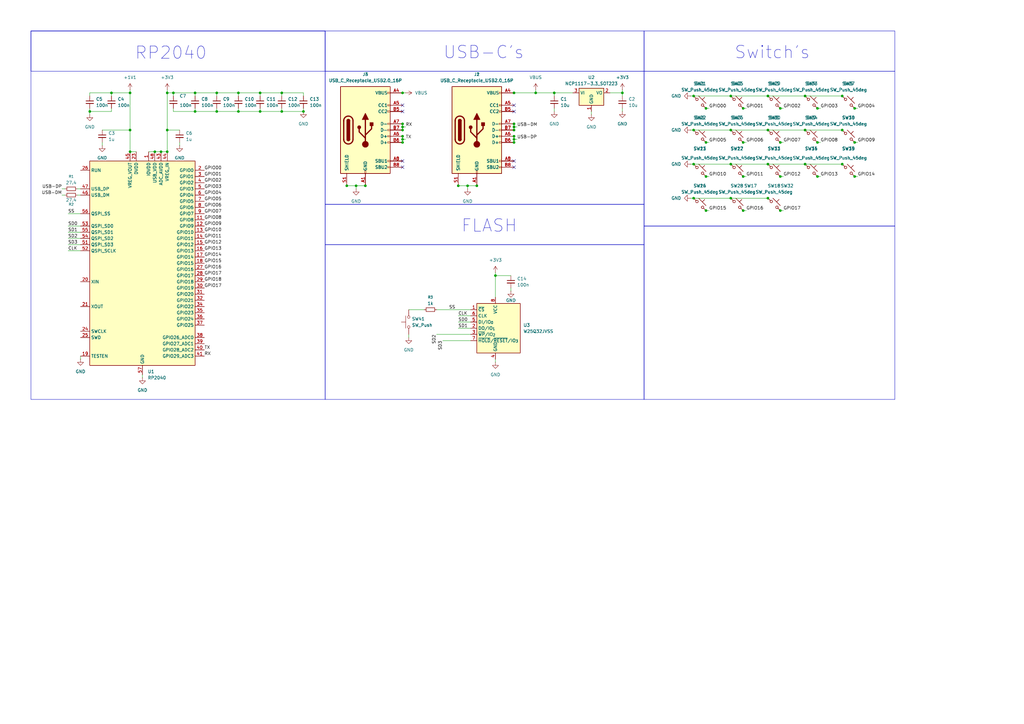
<source format=kicad_sch>
(kicad_sch (version 20250114) (generator "eeschema") (generator_version "9.0")
  (paper "A3")
  (lib_symbols
    (symbol "Connector:USB_C_Receptacle_USB2.0_16P" (pin_names (offset 1.016))
      (property "Reference" "J" (at 0 22.225 0))
      (property "Value" "USB_C_Receptacle_USB2.0_16P" (at 0 19.685 0))
      (symbol "USB_C_Receptacle_USB2.0_16P_0_0"
        (rectangle (start -0.254 -17.78) (end 0.254 -16.764))
        (rectangle (start 10.16 15.494) (end 9.144 14.986))
        (rectangle (start 10.16 10.414) (end 9.144 9.906))
        (rectangle (start 10.16 7.874) (end 9.144 7.366))
        (rectangle (start 10.16 2.794) (end 9.144 2.286))
        (rectangle (start 10.16 0.254) (end 9.144 -0.254))
        (rectangle (start 10.16 -2.286) (end 9.144 -2.794))
        (rectangle (start 10.16 -4.826) (end 9.144 -5.334))
        (rectangle (start 10.16 -12.446) (end 9.144 -12.954))
        (rectangle (start 10.16 -14.986) (end 9.144 -15.494))
      )
      (symbol "USB_C_Receptacle_USB2.0_16P_0_1"
        (rectangle (start -10.16 17.78) (end 10.16 -17.78) (stroke (width 0.254)) (fill (type background)))
        (polyline (pts (xy -8.89 -3.81) (xy -8.89 3.81)) (stroke (width 0.508)))
        (rectangle (start -7.62 -3.81) (end -6.35 3.81) (stroke (width 0.254)) (fill (type outline)))
        (arc (start -7.62 3.81) (mid -6.985 4.4423) (end -6.35 3.81) (stroke (width 0.254)))
        (arc (start -7.62 3.81) (mid -6.985 4.4423) (end -6.35 3.81) (stroke (width 0.254)) (fill (type outline)))
        (arc (start -8.89 3.81) (mid -6.985 5.7067) (end -5.08 3.81) (stroke (width 0.508)))
        (arc (start -5.08 -3.81) (mid -6.985 -5.7067) (end -8.89 -3.81) (stroke (width 0.508)))
        (arc (start -6.35 -3.81) (mid -6.985 -4.4423) (end -7.62 -3.81) (stroke (width 0.254)))
        (arc (start -6.35 -3.81) (mid -6.985 -4.4423) (end -7.62 -3.81) (stroke (width 0.254)) (fill (type outline)))
        (polyline (pts (xy -5.08 3.81) (xy -5.08 -3.81)) (stroke (width 0.508)))
        (circle (center -2.54 1.143) (radius 0.635) (stroke (width 0.254)) (fill (type outline)))
        (polyline (pts (xy -1.27 4.318) (xy 0 6.858) (xy 1.27 4.318) (xy -1.27 4.318)) (stroke (width 0.254)) (fill (type outline)))
        (polyline (pts (xy 0 -2.032) (xy 2.54 0.508) (xy 2.54 1.778)) (stroke (width 0.508)))
        (polyline (pts (xy 0 -3.302) (xy -2.54 -0.762) (xy -2.54 0.508)) (stroke (width 0.508)))
        (polyline (pts (xy 0 -5.842) (xy 0 4.318)) (stroke (width 0.508)))
        (circle (center 0 -5.842) (radius 1.27) (fill (type outline)))
        (rectangle (start 1.905 1.778) (end 3.175 3.048) (stroke (width 0.254)) (fill (type outline)))
      )
      (symbol "USB_C_Receptacle_USB2.0_16P_1_1"
        (pin passive line (at -7.62 -22.86 90) (length 5.08) (name "SHIELD") (number "S1"))
        (pin passive line (at 0 -22.86 90) (length 5.08) (name "GND") (number "A1"))
        (pin passive line (at 0 -22.86 90) (length 5.08) (hide yes) (name "GND") (number "A12"))
        (pin passive line (at 0 -22.86 90) (length 5.08) (hide yes) (name "GND") (number "B1"))
        (pin passive line (at 0 -22.86 90) (length 5.08) (hide yes) (name "GND") (number "B12"))
        (pin passive line (at 15.24 15.24 180) (length 5.08) (name "VBUS") (number "A4"))
        (pin passive line (at 15.24 15.24 180) (length 5.08) (hide yes) (name "VBUS") (number "A9"))
        (pin passive line (at 15.24 15.24 180) (length 5.08) (hide yes) (name "VBUS") (number "B4"))
        (pin passive line (at 15.24 15.24 180) (length 5.08) (hide yes) (name "VBUS") (number "B9"))
        (pin bidirectional line (at 15.24 10.16 180) (length 5.08) (name "CC1") (number "A5"))
        (pin bidirectional line (at 15.24 7.62 180) (length 5.08) (name "CC2") (number "B5"))
        (pin bidirectional line (at 15.24 2.54 180) (length 5.08) (name "D-") (number "A7"))
        (pin bidirectional line (at 15.24 0 180) (length 5.08) (name "D-") (number "B7"))
        (pin bidirectional line (at 15.24 -2.54 180) (length 5.08) (name "D+") (number "A6"))
        (pin bidirectional line (at 15.24 -5.08 180) (length 5.08) (name "D+") (number "B6"))
        (pin bidirectional line (at 15.24 -12.7 180) (length 5.08) (name "SBU1") (number "A8"))
        (pin bidirectional line (at 15.24 -15.24 180) (length 5.08) (name "SBU2") (number "B8"))
      )
    )
    (symbol "Device:C_Small" (pin_numbers (hide yes)) (pin_names (offset 0.254) (hide yes))
      (property "Reference" "C" (at 0.254 1.778 0))
      (property "Value" "C_Small" (at 0.254 -2.032 0))
      (symbol "C_Small_0_1"
        (polyline (pts (xy -1.524 0.508) (xy 1.524 0.508)) (stroke (width 0.3048)))
        (polyline (pts (xy -1.524 -0.508) (xy 1.524 -0.508)) (stroke (width 0.3302)))
      )
      (symbol "C_Small_1_1"
        (pin passive line (at 0 2.54 270) (length 2.032) (name "~") (number "1"))
        (pin passive line (at 0 -2.54 90) (length 2.032) (name "~") (number "2"))
      )
    )
    (symbol "Device:R_Small" (pin_numbers (hide yes)) (pin_names (offset 0.254) (hide yes))
      (property "Reference" "R" (at 0 0 90))
      (property "Value" "R_Small" (at 1.778 0 90))
      (symbol "R_Small_0_1"
        (rectangle (start -0.762 1.778) (end 0.762 -1.778) (stroke (width 0.2032)))
      )
      (symbol "R_Small_1_1"
        (pin passive line (at 0 2.54 270) (length 0.762) (name "~") (number "1"))
        (pin passive line (at 0 -2.54 90) (length 0.762) (name "~") (number "2"))
      )
    )
    (symbol "MCU_RaspberryPi:RP2040"
      (property "Reference" "U" (at 17.78 45.72 0))
      (property "Value" "RP2040" (at 17.78 43.18 0))
      (symbol "RP2040_0_1"
        (rectangle (start -21.59 41.91) (end 21.59 -41.91) (stroke (width 0.254)) (fill (type background)))
      )
      (symbol "RP2040_1_1"
        (pin input line (at -25.4 38.1 0) (length 3.81) (name "RUN") (number "26"))
        (pin bidirectional line (at -25.4 30.48 0) (length 3.81) (name "USB_DP") (number "47"))
        (pin bidirectional line (at -25.4 27.94 0) (length 3.81) (name "USB_DM") (number "46"))
        (pin bidirectional line (at -25.4 20.32 0) (length 3.81) (name "QSPI_SS") (number "56"))
        (pin bidirectional line (at -25.4 15.24 0) (length 3.81) (name "QSPI_SD0") (number "53"))
        (pin bidirectional line (at -25.4 12.7 0) (length 3.81) (name "QSPI_SD1") (number "55"))
        (pin bidirectional line (at -25.4 10.16 0) (length 3.81) (name "QSPI_SD2") (number "54"))
        (pin bidirectional line (at -25.4 7.62 0) (length 3.81) (name "QSPI_SD3") (number "51"))
        (pin output line (at -25.4 5.08 0) (length 3.81) (name "QSPI_SCLK") (number "52"))
        (pin input line (at -25.4 -7.62 0) (length 3.81) (name "XIN") (number "20"))
        (pin passive line (at -25.4 -17.78 0) (length 3.81) (name "XOUT") (number "21"))
        (pin input line (at -25.4 -27.94 0) (length 3.81) (name "SWCLK") (number "24"))
        (pin bidirectional line (at -25.4 -30.48 0) (length 3.81) (name "SWD") (number "25"))
        (pin input line (at -25.4 -38.1 0) (length 3.81) (name "TESTEN") (number "19"))
        (pin power_out line (at -5.08 45.72 270) (length 3.81) (name "VREG_VOUT") (number "45"))
        (pin power_in line (at -2.54 45.72 270) (length 3.81) (name "DVDD") (number "23"))
        (pin passive line (at -2.54 45.72 270) (length 3.81) (hide yes) (name "DVDD") (number "50"))
        (pin power_in line (at 0 -45.72 90) (length 3.81) (name "GND") (number "57"))
        (pin power_in line (at 2.54 45.72 270) (length 3.81) (name "IOVDD") (number "1"))
        (pin passive line (at 2.54 45.72 270) (length 3.81) (hide yes) (name "IOVDD") (number "10"))
        (pin passive line (at 2.54 45.72 270) (length 3.81) (hide yes) (name "IOVDD") (number "22"))
        (pin passive line (at 2.54 45.72 270) (length 3.81) (hide yes) (name "IOVDD") (number "33"))
        (pin passive line (at 2.54 45.72 270) (length 3.81) (hide yes) (name "IOVDD") (number "42"))
        (pin passive line (at 2.54 45.72 270) (length 3.81) (hide yes) (name "IOVDD") (number "49"))
        (pin power_in line (at 5.08 45.72 270) (length 3.81) (name "USB_VDD") (number "48"))
        (pin power_in line (at 7.62 45.72 270) (length 3.81) (name "ADC_AVDD") (number "43"))
        (pin power_in line (at 10.16 45.72 270) (length 3.81) (name "VREG_IN") (number "44"))
        (pin bidirectional line (at 25.4 38.1 180) (length 3.81) (name "GPIO0") (number "2"))
        (pin bidirectional line (at 25.4 35.56 180) (length 3.81) (name "GPIO1") (number "3"))
        (pin bidirectional line (at 25.4 33.02 180) (length 3.81) (name "GPIO2") (number "4"))
        (pin bidirectional line (at 25.4 30.48 180) (length 3.81) (name "GPIO3") (number "5"))
        (pin bidirectional line (at 25.4 27.94 180) (length 3.81) (name "GPIO4") (number "6"))
        (pin bidirectional line (at 25.4 25.4 180) (length 3.81) (name "GPIO5") (number "7"))
        (pin bidirectional line (at 25.4 22.86 180) (length 3.81) (name "GPIO6") (number "8"))
        (pin bidirectional line (at 25.4 20.32 180) (length 3.81) (name "GPIO7") (number "9"))
        (pin bidirectional line (at 25.4 17.78 180) (length 3.81) (name "GPIO8") (number "11"))
        (pin bidirectional line (at 25.4 15.24 180) (length 3.81) (name "GPIO9") (number "12"))
        (pin bidirectional line (at 25.4 12.7 180) (length 3.81) (name "GPIO10") (number "13"))
        (pin bidirectional line (at 25.4 10.16 180) (length 3.81) (name "GPIO11") (number "14"))
        (pin bidirectional line (at 25.4 7.62 180) (length 3.81) (name "GPIO12") (number "15"))
        (pin bidirectional line (at 25.4 5.08 180) (length 3.81) (name "GPIO13") (number "16"))
        (pin bidirectional line (at 25.4 2.54 180) (length 3.81) (name "GPIO14") (number "17"))
        (pin bidirectional line (at 25.4 0 180) (length 3.81) (name "GPIO15") (number "18"))
        (pin bidirectional line (at 25.4 -2.54 180) (length 3.81) (name "GPIO16") (number "27"))
        (pin bidirectional line (at 25.4 -5.08 180) (length 3.81) (name "GPIO17") (number "28"))
        (pin bidirectional line (at 25.4 -7.62 180) (length 3.81) (name "GPIO18") (number "29"))
        (pin bidirectional line (at 25.4 -10.16 180) (length 3.81) (name "GPIO19") (number "30"))
        (pin bidirectional line (at 25.4 -12.7 180) (length 3.81) (name "GPIO20") (number "31"))
        (pin bidirectional line (at 25.4 -15.24 180) (length 3.81) (name "GPIO21") (number "32"))
        (pin bidirectional line (at 25.4 -17.78 180) (length 3.81) (name "GPIO22") (number "34"))
        (pin bidirectional line (at 25.4 -20.32 180) (length 3.81) (name "GPIO23") (number "35"))
        (pin bidirectional line (at 25.4 -22.86 180) (length 3.81) (name "GPIO24") (number "36"))
        (pin bidirectional line (at 25.4 -25.4 180) (length 3.81) (name "GPIO25") (number "37"))
        (pin bidirectional line (at 25.4 -30.48 180) (length 3.81) (name "GPIO26_ADC0") (number "38"))
        (pin bidirectional line (at 25.4 -33.02 180) (length 3.81) (name "GPIO27_ADC1") (number "39"))
        (pin bidirectional line (at 25.4 -35.56 180) (length 3.81) (name "GPIO28_ADC2") (number "40"))
        (pin bidirectional line (at 25.4 -38.1 180) (length 3.81) (name "GPIO29_ADC3") (number "41"))
      )
    )
    (symbol "Memory_Flash:W25Q32JVSS"
      (property "Reference" "U" (at -6.35 11.43 0))
      (property "Value" "W25Q32JVSS" (at 7.62 11.43 0))
      (symbol "W25Q32JVSS_0_1"
        (rectangle (start -7.62 10.16) (end 10.16 -10.16) (stroke (width 0.254)) (fill (type background)))
      )
      (symbol "W25Q32JVSS_1_1"
        (pin input line (at -10.16 7.62 0) (length 2.54) (name "~{CS}") (number "1"))
        (pin input line (at -10.16 5.08 0) (length 2.54) (name "CLK") (number "6"))
        (pin bidirectional line (at -10.16 2.54 0) (length 2.54) (name "DI/IO_{0}") (number "5"))
        (pin bidirectional line (at -10.16 0 0) (length 2.54) (name "DO/IO_{1}") (number "2"))
        (pin bidirectional line (at -10.16 -2.54 0) (length 2.54) (name "~{WP}/IO_{2}") (number "3"))
        (pin bidirectional line (at -10.16 -5.08 0) (length 2.54) (name "~{HOLD}/~{RESET}/IO_{3}") (number "7"))
        (pin power_in line (at 0 12.7 270) (length 2.54) (name "VCC") (number "8"))
        (pin power_in line (at 0 -12.7 90) (length 2.54) (name "GND") (number "4"))
      )
    )
    (symbol "Regulator_Linear:NCP1117-3.3_SOT223"
      (property "Reference" "U" (at -3.81 3.175 0))
      (property "Value" "NCP1117-3.3_SOT223" (at 0 3.175 0))
      (symbol "NCP1117-3.3_SOT223_0_1"
        (rectangle (start -5.08 -5.08) (end 5.08 1.905) (stroke (width 0.254)) (fill (type background)))
      )
      (symbol "NCP1117-3.3_SOT223_1_1"
        (pin power_in line (at -7.62 0 0) (length 2.54) (name "VI") (number "3"))
        (pin power_in line (at 0 -7.62 90) (length 2.54) (name "GND") (number "1"))
        (pin power_out line (at 7.62 0 180) (length 2.54) (name "VO") (number "2"))
      )
    )
    (symbol "Switch:SW_Push" (pin_numbers (hide yes)) (pin_names (offset 1.016) (hide yes))
      (property "Reference" "SW" (at 1.27 2.54 0))
      (property "Value" "SW_Push" (at 0 -1.524 0))
      (symbol "SW_Push_0_1"
        (circle (center -2.032 0) (radius 0.508))
        (polyline (pts (xy 0 1.27) (xy 0 3.048)))
        (circle (center 2.032 0) (radius 0.508))
        (polyline (pts (xy 2.54 1.27) (xy -2.54 1.27)))
        (pin passive line (at -5.08 0 0) (length 2.54) (name "1") (number "1"))
        (pin passive line (at 5.08 0 180) (length 2.54) (name "2") (number "2"))
      )
    )
    (symbol "Switch:SW_Push_45deg" (pin_numbers (hide yes)) (pin_names (offset 1.016) (hide yes))
      (property "Reference" "SW" (at 3.048 1.016 0))
      (property "Value" "SW_Push_45deg" (at 0 -3.81 0))
      (symbol "SW_Push_45deg_0_1"
        (polyline (pts (xy -2.54 2.54) (xy -1.524 1.524) (xy -1.524 1.524)))
        (circle (center -1.1684 1.1684) (radius 0.508))
        (polyline (pts (xy -0.508 2.54) (xy 2.54 -0.508)))
        (polyline (pts (xy 1.016 1.016) (xy 2.032 2.032)))
        (circle (center 1.143 -1.1938) (radius 0.508))
        (polyline (pts (xy 1.524 -1.524) (xy 2.54 -2.54) (xy 2.54 -2.54) (xy 2.54 -2.54)))
        (pin passive line (at -2.54 2.54 0) (length 0) (name "1") (number "1"))
        (pin passive line (at 2.54 -2.54 180) (length 0) (name "2") (number "2"))
      )
    )
    (symbol "power:+1V1" (power) (pin_numbers (hide yes)) (pin_names (offset 0) (hide yes))
      (property "Value" "+1V1" (at 0 3.556 0))
      (symbol "+1V1_0_1"
        (polyline (pts (xy -0.762 1.27) (xy 0 2.54)))
        (polyline (pts (xy 0 2.54) (xy 0.762 1.27)))
        (polyline (pts (xy 0 0) (xy 0 2.54)))
      )
      (symbol "+1V1_1_1"
        (pin power_in line (at 0 0 90) (length 0) (name "~") (number "1"))
      )
    )
    (symbol "power:+3V3" (power) (pin_numbers (hide yes)) (pin_names (offset 0) (hide yes))
      (property "Value" "+3V3" (at 0 3.556 0))
      (symbol "+3V3_0_1"
        (polyline (pts (xy -0.762 1.27) (xy 0 2.54)))
        (polyline (pts (xy 0 2.54) (xy 0.762 1.27)))
        (polyline (pts (xy 0 0) (xy 0 2.54)))
      )
      (symbol "+3V3_1_1"
        (pin power_in line (at 0 0 90) (length 0) (name "~") (number "1"))
      )
    )
    (symbol "power:GND" (power) (pin_numbers (hide yes)) (pin_names (offset 0) (hide yes))
      (property "Value" "GND" (at 0 -3.81 0))
      (symbol "GND_0_1"
        (polyline (pts (xy 0 0) (xy 0 -1.27) (xy 1.27 -1.27) (xy 0 -2.54) (xy -1.27 -1.27) (xy 0 -1.27)))
      )
      (symbol "GND_1_1"
        (pin power_in line (at 0 0 270) (length 0) (name "~") (number "1"))
      )
    )
    (symbol "power:VBUS" (power) (pin_numbers (hide yes)) (pin_names (offset 0) (hide yes))
      (property "Value" "VBUS" (at 0 3.556 0))
      (symbol "VBUS_0_1"
        (polyline (pts (xy -0.762 1.27) (xy 0 2.54)))
        (polyline (pts (xy 0 2.54) (xy 0.762 1.27)))
        (polyline (pts (xy 0 0) (xy 0 2.54)))
      )
      (symbol "VBUS_1_1"
        (pin power_in line (at 0 0 90) (length 0) (name "~") (number "1"))
      )
    )
  )
  (rectangle (start 133.35 29.21) (end 264.16 83.82))
  (rectangle (start 133.35 100.33) (end 264.16 163.83))
  (rectangle (start 12.7 12.7) (end 133.35 29.21))
  (rectangle (start 133.35 12.7) (end 264.16 29.21))
  (rectangle (start 264.16 12.7) (end 367.03 29.21))
  (rectangle (start 133.35 83.82) (end 264.16 100.33))
  (rectangle (start 12.7 12.7) (end 133.35 163.83))
  (rectangle (start 264.16 29.21) (end 367.03 92.71))
  (rectangle (start 264.16 92.71) (end 367.03 163.83))
  (text "RP2040\n" (at 70.104 21.844 0) (effects (font (size 5.08 5.08))))
  (text "FLASH\n" (at 200.66 92.71 0) (effects (font (size 5.08 5.08))))
  (text "USB-C's" (at 198.374 21.59 0) (effects (font (size 5.08 5.08))))
  (text "Switch's\n" (at 316.738 21.59 0) (effects (font (size 5.08 5.08))))
  (junction (at 219.71 38.1))
  (junction (at 350.52 44.45))
  (junction (at 88.9 45.72))
  (junction (at 314.96 39.37))
  (junction (at 330.2 53.34))
  (junction (at 335.28 44.45))
  (junction (at 165.1 50.8))
  (junction (at 314.96 81.28))
  (junction (at 68.58 38.1))
  (junction (at 299.72 53.34))
  (junction (at 284.48 39.37))
  (junction (at 299.72 81.28))
  (junction (at 203.2 113.03))
  (junction (at 165.1 38.1))
  (junction (at 106.68 45.72))
  (junction (at 195.58 76.2))
  (junction (at 350.52 58.42))
  (junction (at 210.82 58.42))
  (junction (at 115.57 45.72))
  (junction (at 299.72 39.37))
  (junction (at 320.04 86.36))
  (junction (at 330.2 67.31))
  (junction (at 345.44 67.31))
  (junction (at 165.1 58.42))
  (junction (at 63.5 62.23))
  (junction (at 97.79 38.1))
  (junction (at 187.96 76.2))
  (junction (at 210.82 38.1))
  (junction (at 210.82 55.88))
  (junction (at 80.01 38.1))
  (junction (at 350.52 72.39))
  (junction (at 289.56 86.36))
  (junction (at 330.2 39.37))
  (junction (at 289.56 58.42))
  (junction (at 115.57 38.1))
  (junction (at 304.8 44.45))
  (junction (at 88.9 38.1))
  (junction (at 53.34 62.23))
  (junction (at 345.44 53.34))
  (junction (at 106.68 38.1))
  (junction (at 227.33 38.1))
  (junction (at 289.56 72.39))
  (junction (at 191.77 76.2))
  (junction (at 314.96 67.31))
  (junction (at 71.12 38.1))
  (junction (at 345.44 39.37))
  (junction (at 97.79 45.72))
  (junction (at 165.1 57.15))
  (junction (at 165.1 55.88))
  (junction (at 80.01 45.72))
  (junction (at 68.58 53.34))
  (junction (at 304.8 86.36))
  (junction (at 210.82 57.15))
  (junction (at 284.48 53.34))
  (junction (at 335.28 72.39))
  (junction (at 255.27 38.1))
  (junction (at 45.72 38.1))
  (junction (at 165.1 53.34))
  (junction (at 314.96 53.34))
  (junction (at 210.82 50.8))
  (junction (at 304.8 72.39))
  (junction (at 284.48 67.31))
  (junction (at 320.04 58.42))
  (junction (at 284.48 81.28))
  (junction (at 304.8 58.42))
  (junction (at 124.46 45.72))
  (junction (at 320.04 44.45))
  (junction (at 53.34 53.34))
  (junction (at 142.24 76.2))
  (junction (at 289.56 44.45))
  (junction (at 299.72 67.31))
  (junction (at 210.82 52.07))
  (junction (at 165.1 52.07))
  (junction (at 210.82 53.34))
  (junction (at 68.58 62.23))
  (junction (at 36.83 45.72))
  (junction (at 53.34 38.1))
  (junction (at 149.86 76.2))
  (junction (at 146.05 76.2))
  (junction (at 335.28 58.42))
  (junction (at 320.04 72.39))
  (junction (at 66.04 62.23))
  (no_connect (at 165.1 66.04))
  (no_connect (at 210.82 45.72))
  (no_connect (at 165.1 43.18))
  (no_connect (at 210.82 43.18))
  (no_connect (at 165.1 68.58))
  (no_connect (at 210.82 66.04))
  (no_connect (at 210.82 68.58))
  (no_connect (at 165.1 45.72))
  (wire (pts (xy 306.07 58.42) (xy 304.8 58.42)))
  (wire (pts (xy 166.37 52.07) (xy 165.1 52.07)))
  (wire (pts (xy 166.37 57.15) (xy 165.1 57.15)))
  (wire (pts (xy 284.48 67.31) (xy 299.72 67.31)))
  (wire (pts (xy 25.4 77.47) (xy 26.67 77.47)))
  (wire (pts (xy 283.21 67.31) (xy 284.48 67.31)))
  (wire (pts (xy 27.94 92.71) (xy 33.02 92.71)))
  (wire (pts (xy 165.1 55.88) (xy 165.1 57.15)))
  (wire (pts (xy 166.37 38.1) (xy 165.1 38.1)))
  (wire (pts (xy 165.1 52.07) (xy 165.1 53.34)))
  (wire (pts (xy 71.12 45.72) (xy 80.01 45.72)))
  (wire (pts (xy 124.46 44.45) (xy 124.46 45.72)))
  (wire (pts (xy 68.58 36.83) (xy 68.58 38.1)))
  (wire (pts (xy 330.2 53.34) (xy 345.44 53.34)))
  (wire (pts (xy 336.55 72.39) (xy 335.28 72.39)))
  (wire (pts (xy 330.2 67.31) (xy 345.44 67.31)))
  (wire (pts (xy 179.07 137.16) (xy 193.04 137.16)))
  (wire (pts (xy 209.55 119.38) (xy 209.55 118.11)))
  (wire (pts (xy 45.72 45.72) (xy 45.72 44.45)))
  (wire (pts (xy 306.07 44.45) (xy 304.8 44.45)))
  (wire (pts (xy 36.83 45.72) (xy 36.83 44.45)))
  (wire (pts (xy 283.21 53.34) (xy 284.48 53.34)))
  (wire (pts (xy 106.68 38.1) (xy 115.57 38.1)))
  (wire (pts (xy 97.79 38.1) (xy 97.79 39.37)))
  (wire (pts (xy 299.72 81.28) (xy 314.96 81.28)))
  (wire (pts (xy 53.34 62.23) (xy 55.88 62.23)))
  (wire (pts (xy 80.01 38.1) (xy 88.9 38.1)))
  (wire (pts (xy 106.68 38.1) (xy 106.68 39.37)))
  (wire (pts (xy 336.55 44.45) (xy 335.28 44.45)))
  (wire (pts (xy 73.66 59.69) (xy 73.66 58.42)))
  (wire (pts (xy 210.82 57.15) (xy 210.82 58.42)))
  (wire (pts (xy 306.07 86.36) (xy 304.8 86.36)))
  (wire (pts (xy 106.68 44.45) (xy 106.68 45.72)))
  (wire (pts (xy 299.72 67.31) (xy 314.96 67.31)))
  (wire (pts (xy 63.5 62.23) (xy 66.04 62.23)))
  (wire (pts (xy 351.79 58.42) (xy 350.52 58.42)))
  (wire (pts (xy 290.83 58.42) (xy 289.56 58.42)))
  (wire (pts (xy 219.71 36.83) (xy 219.71 38.1)))
  (wire (pts (xy 284.48 39.37) (xy 299.72 39.37)))
  (wire (pts (xy 227.33 45.72) (xy 227.33 44.45)))
  (wire (pts (xy 203.2 111.76) (xy 203.2 113.03)))
  (wire (pts (xy 115.57 44.45) (xy 115.57 45.72)))
  (wire (pts (xy 27.94 87.63) (xy 33.02 87.63)))
  (wire (pts (xy 88.9 44.45) (xy 88.9 45.72)))
  (wire (pts (xy 36.83 38.1) (xy 45.72 38.1)))
  (wire (pts (xy 68.58 38.1) (xy 71.12 38.1)))
  (wire (pts (xy 191.77 76.2) (xy 195.58 76.2)))
  (wire (pts (xy 27.94 95.25) (xy 33.02 95.25)))
  (wire (pts (xy 27.94 102.87) (xy 33.02 102.87)))
  (wire (pts (xy 181.61 139.7) (xy 193.04 139.7)))
  (wire (pts (xy 88.9 38.1) (xy 88.9 39.37)))
  (wire (pts (xy 88.9 38.1) (xy 97.79 38.1)))
  (wire (pts (xy 283.21 81.28) (xy 284.48 81.28)))
  (wire (pts (xy 314.96 39.37) (xy 330.2 39.37)))
  (wire (pts (xy 187.96 134.62) (xy 193.04 134.62)))
  (wire (pts (xy 68.58 53.34) (xy 73.66 53.34)))
  (wire (pts (xy 115.57 38.1) (xy 115.57 39.37)))
  (wire (pts (xy 255.27 38.1) (xy 255.27 39.37)))
  (wire (pts (xy 97.79 38.1) (xy 106.68 38.1)))
  (wire (pts (xy 80.01 38.1) (xy 80.01 39.37)))
  (wire (pts (xy 146.05 77.47) (xy 146.05 76.2)))
  (wire (pts (xy 203.2 148.59) (xy 203.2 147.32)))
  (wire (pts (xy 187.96 132.08) (xy 193.04 132.08)))
  (wire (pts (xy 210.82 55.88) (xy 210.82 57.15)))
  (wire (pts (xy 321.31 72.39) (xy 320.04 72.39)))
  (wire (pts (xy 165.1 57.15) (xy 165.1 58.42)))
  (wire (pts (xy 234.95 38.1) (xy 227.33 38.1)))
  (wire (pts (xy 80.01 45.72) (xy 80.01 44.45)))
  (wire (pts (xy 88.9 45.72) (xy 97.79 45.72)))
  (wire (pts (xy 27.94 100.33) (xy 33.02 100.33)))
  (wire (pts (xy 27.94 97.79) (xy 33.02 97.79)))
  (wire (pts (xy 36.83 45.72) (xy 45.72 45.72)))
  (wire (pts (xy 321.31 58.42) (xy 320.04 58.42)))
  (wire (pts (xy 210.82 52.07) (xy 210.82 53.34)))
  (wire (pts (xy 283.21 39.37) (xy 284.48 39.37)))
  (wire (pts (xy 306.07 72.39) (xy 304.8 72.39)))
  (wire (pts (xy 290.83 86.36) (xy 289.56 86.36)))
  (wire (pts (xy 71.12 38.1) (xy 71.12 39.37)))
  (wire (pts (xy 66.04 62.23) (xy 68.58 62.23)))
  (wire (pts (xy 321.31 86.36) (xy 320.04 86.36)))
  (wire (pts (xy 36.83 38.1) (xy 36.83 39.37)))
  (wire (pts (xy 351.79 72.39) (xy 350.52 72.39)))
  (wire (pts (xy 227.33 38.1) (xy 219.71 38.1)))
  (wire (pts (xy 41.91 59.69) (xy 41.91 58.42)))
  (wire (pts (xy 31.75 80.01) (xy 33.02 80.01)))
  (wire (pts (xy 53.34 38.1) (xy 53.34 53.34)))
  (wire (pts (xy 330.2 39.37) (xy 345.44 39.37)))
  (wire (pts (xy 191.77 76.2) (xy 187.96 76.2)))
  (wire (pts (xy 336.55 58.42) (xy 335.28 58.42)))
  (wire (pts (xy 80.01 45.72) (xy 88.9 45.72)))
  (wire (pts (xy 351.79 44.45) (xy 350.52 44.45)))
  (wire (pts (xy 45.72 38.1) (xy 53.34 38.1)))
  (wire (pts (xy 203.2 113.03) (xy 203.2 121.92)))
  (wire (pts (xy 227.33 39.37) (xy 227.33 38.1)))
  (wire (pts (xy 36.83 46.99) (xy 36.83 45.72)))
  (wire (pts (xy 167.64 138.43) (xy 167.64 137.16)))
  (wire (pts (xy 60.96 62.23) (xy 63.5 62.23)))
  (wire (pts (xy 115.57 45.72) (xy 124.46 45.72)))
  (wire (pts (xy 45.72 38.1) (xy 45.72 39.37)))
  (wire (pts (xy 68.58 38.1) (xy 68.58 53.34)))
  (wire (pts (xy 191.77 77.47) (xy 191.77 76.2)))
  (wire (pts (xy 284.48 81.28) (xy 299.72 81.28)))
  (wire (pts (xy 53.34 62.23) (xy 53.34 53.34)))
  (wire (pts (xy 299.72 53.34) (xy 314.96 53.34)))
  (wire (pts (xy 314.96 67.31) (xy 330.2 67.31)))
  (wire (pts (xy 187.96 129.54) (xy 193.04 129.54)))
  (wire (pts (xy 290.83 44.45) (xy 289.56 44.45)))
  (wire (pts (xy 212.09 57.15) (xy 210.82 57.15)))
  (wire (pts (xy 284.48 53.34) (xy 299.72 53.34)))
  (wire (pts (xy 68.58 62.23) (xy 68.58 53.34)))
  (wire (pts (xy 106.68 45.72) (xy 115.57 45.72)))
  (wire (pts (xy 255.27 38.1) (xy 255.27 36.83)))
  (wire (pts (xy 212.09 52.07) (xy 210.82 52.07)))
  (wire (pts (xy 142.24 76.2) (xy 146.05 76.2)))
  (wire (pts (xy 290.83 72.39) (xy 289.56 72.39)))
  (wire (pts (xy 33.02 147.32) (xy 33.02 146.05)))
  (wire (pts (xy 255.27 45.72) (xy 255.27 44.45)))
  (wire (pts (xy 71.12 38.1) (xy 80.01 38.1)))
  (wire (pts (xy 299.72 39.37) (xy 314.96 39.37)))
  (wire (pts (xy 58.42 154.94) (xy 58.42 153.67)))
  (wire (pts (xy 165.1 50.8) (xy 165.1 52.07)))
  (wire (pts (xy 25.4 80.01) (xy 26.67 80.01)))
  (wire (pts (xy 41.91 53.34) (xy 53.34 53.34)))
  (wire (pts (xy 97.79 44.45) (xy 97.79 45.72)))
  (wire (pts (xy 203.2 113.03) (xy 209.55 113.03)))
  (wire (pts (xy 314.96 53.34) (xy 330.2 53.34)))
  (wire (pts (xy 210.82 38.1) (xy 219.71 38.1)))
  (wire (pts (xy 97.79 45.72) (xy 106.68 45.72)))
  (wire (pts (xy 53.34 36.83) (xy 53.34 38.1)))
  (wire (pts (xy 250.19 38.1) (xy 255.27 38.1)))
  (wire (pts (xy 115.57 38.1) (xy 124.46 38.1)))
  (wire (pts (xy 179.07 127) (xy 193.04 127)))
  (wire (pts (xy 242.57 46.99) (xy 242.57 45.72)))
  (wire (pts (xy 71.12 45.72) (xy 71.12 44.45)))
  (wire (pts (xy 210.82 50.8) (xy 210.82 52.07)))
  (wire (pts (xy 167.64 127) (xy 173.99 127)))
  (wire (pts (xy 31.75 77.47) (xy 33.02 77.47)))
  (wire (pts (xy 321.31 44.45) (xy 320.04 44.45)))
  (wire (pts (xy 146.05 76.2) (xy 149.86 76.2)))
  (wire (pts (xy 124.46 38.1) (xy 124.46 39.37)))
  (label "GPIO00" (at 83.82 69.85 0))
  (label "GPIO05" (at 290.83 58.42 0))
  (label "USB-DP" (at 25.4 77.47 180))
  (label "GPIO17" (at 83.82 113.03 0))
  (label "GPIO14" (at 351.79 72.39 0))
  (label "GPIO11" (at 83.82 97.79 0))
  (label "TX" (at 83.82 143.51 0))
  (label "GPIO18" (at 83.82 115.57 0))
  (label "RX" (at 83.82 146.05 0))
  (label "SD2" (at 27.94 97.79 0))
  (label "GPIO10" (at 83.82 95.25 0))
  (label "GPIO02" (at 83.82 74.93 0))
  (label "SD1" (at 187.96 134.62 0))
  (label "SD1" (at 27.94 95.25 0))
  (label "SD0" (at 187.96 132.08 0))
  (label "GPIO09" (at 83.82 92.71 0))
  (label "GPIO05" (at 83.82 82.55 0))
  (label "SS" (at 184.15 127 0))
  (label "SD2" (at 179.07 137.16 270))
  (label "GPIO02" (at 321.31 44.45 0))
  (label "GPIO12" (at 321.31 72.39 0))
  (label "GPIO00" (at 290.83 44.45 0))
  (label "SD3" (at 181.61 139.7 270))
  (label "RX" (at 166.37 52.07 0))
  (label "SD3" (at 27.94 100.33 0))
  (label "GPIO12" (at 83.82 100.33 0))
  (label "GPIO14" (at 83.82 105.41 0))
  (label "GPIO15" (at 83.82 107.95 0))
  (label "GPIO16" (at 306.07 86.36 0))
  (label "GPIO17" (at 321.31 86.36 0))
  (label "GPIO04" (at 351.79 44.45 0))
  (label "CLK" (at 187.96 129.54 0))
  (label "GPIO13" (at 83.82 102.87 0))
  (label "GPIO13" (at 336.55 72.39 0))
  (label "GPIO15" (at 290.83 86.36 0))
  (label "GPIO17" (at 83.82 118.11 0))
  (label "GPIO03" (at 336.55 44.45 0))
  (label "GPIO08" (at 83.82 90.17 0))
  (label "GPIO03" (at 83.82 77.47 0))
  (label "USB-DM" (at 212.09 52.07 0))
  (label "GPIO01" (at 306.07 44.45 0))
  (label "TX" (at 166.37 57.15 0))
  (label "SS" (at 27.94 87.63 0))
  (label "GPIO08" (at 336.55 58.42 0))
  (label "GPIO04" (at 83.82 80.01 0))
  (label "GPIO07" (at 83.82 87.63 0))
  (label "GPIO06" (at 306.07 58.42 0))
  (label "GPIO16" (at 83.82 110.49 0))
  (label "CLK" (at 27.94 102.87 0))
  (label "GPIO11" (at 306.07 72.39 0))
  (label "USB-DP" (at 212.09 57.15 0))
  (label "GPIO06" (at 83.82 85.09 0))
  (label "GPIO10" (at 290.83 72.39 0))
  (label "SD0" (at 27.94 92.71 0))
  (label "GPIO01" (at 83.82 72.39 0))
  (label "GPIO09" (at 351.79 58.42 0))
  (label "GPIO07" (at 321.31 58.42 0))
  (label "USB-DM" (at 25.4 80.01 180))
  (symbol (lib_id "power:GND") (at 255.27 45.72 0) (unit 1)
    (property "Reference" "#PWR011" (effects (hide yes)))
    (property "Value" "GND" (at 255.27 50.8 0))
    (property "Description" "Power symbol creates a global label with name \"GND\" , ground" (effects (hide yes)))
  )
  (symbol (lib_id "Switch:SW_Push_45deg") (at 317.5 41.91 0) (unit 1)
    (property "Reference" "SW3" (at 317.5 34.29 0))
    (property "Value" "SW_Push_45deg" (at 317.5 36.83 0))
    (property "Footprint" "ScottoKeebs_Hotswap:Hotswap_MX_1.00u" (effects (hide yes)))
    (property "Description" "Push button switch, normally open, two pins, 45° tilted" (effects (hide yes)))
  )
  (symbol (lib_id "Device:C_Small") (at 209.55 115.57 0) (unit 1)
    (property "Reference" "C14" (at 212.09 114.3062 0) (effects (justify left)))
    (property "Value" "100n" (at 212.09 116.8462 0) (effects (justify left)))
    (property "Footprint" "Capacitor_SMD:C_0402_1005Metric" (effects (hide yes)))
    (property "Description" "Unpolarized capacitor, small symbol" (effects (hide yes)))
  )
  (symbol (lib_id "Switch:SW_Push_45deg") (at 332.74 55.88 0) (unit 1)
    (property "Reference" "SW34" (at 332.74 48.26 0))
    (property "Value" "SW_Push_45deg" (at 332.74 50.8 0))
    (property "Footprint" "ScottoKeebs_Hotswap:Hotswap_MX_1.00u" (effects (hide yes)))
    (property "Description" "Push button switch, normally open, two pins, 45° tilted" (effects (hide yes)))
  )
  (symbol (lib_id "power:GND") (at 283.21 53.34 270) (unit 1)
    (property "Reference" "#PWR03" (effects (hide yes)))
    (property "Value" "GND" (at 279.4 53.3399 90) (effects (justify right)))
    (property "Description" "Power symbol creates a global label with name \"GND\" , ground" (effects (hide yes)))
  )
  (symbol (lib_id "power:GND") (at 124.46 45.72 0) (unit 1)
    (property "Reference" "#PWR018" (effects (hide yes)))
    (property "Value" "GND" (at 124.46 50.8 0))
    (property "Description" "Power symbol creates a global label with name \"GND\" , ground" (effects (hide yes)))
  )
  (symbol (lib_id "Switch:SW_Push_45deg") (at 317.5 41.91 0) (unit 1)
    (property "Reference" "SW29" (at 317.5 34.29 0))
    (property "Value" "SW_Push_45deg" (at 317.5 36.83 0))
    (property "Footprint" "ScottoKeebs_Hotswap:Hotswap_MX_1.00u" (effects (hide yes)))
    (property "Description" "Push button switch, normally open, two pins, 45° tilted" (effects (hide yes)))
  )
  (symbol (lib_id "Connector:USB_C_Receptacle_USB2.0_16P") (at 149.86 53.34 0) (unit 1)
    (property "Reference" "J4" (at 149.86 30.48 0))
    (property "Value" "USB_C_Receptacle_USB2.0_16P" (at 149.86 33.02 0))
    (property "Footprint" "ScottoKeebs_Components:USB_C_HRO_TYPE-C-31-M-14" (effects (hide yes)))
    (property "Datasheet" "https://www.usb.org/sites/default/files/documents/usb_type-c.zip" (effects (hide yes)))
    (property "Description" "USB 2.0-only 16P Type-C Receptacle connector" (effects (hide yes)))
  )
  (symbol (lib_id "Switch:SW_Push_45deg") (at 302.26 41.91 0) (unit 1)
    (property "Reference" "SW25" (at 302.26 34.29 0))
    (property "Value" "SW_Push_45deg" (at 302.26 36.83 0))
    (property "Footprint" "ScottoKeebs_Hotswap:Hotswap_MX_1.00u" (effects (hide yes)))
    (property "Description" "Push button switch, normally open, two pins, 45° tilted" (effects (hide yes)))
  )
  (symbol (lib_id "Switch:SW_Push_45deg") (at 347.98 69.85 0) (unit 1)
    (property "Reference" "SW15" (at 347.98 60.96 0))
    (property "Value" "SW_Push_45deg" (at 347.98 64.77 0))
    (property "Footprint" "ScottoKeebs_Hotswap:Hotswap_MX_1.00u" (effects (hide yes)))
    (property "Description" "Push button switch, normally open, two pins, 45° tilted" (effects (hide yes)))
  )
  (symbol (lib_id "Switch:SW_Push_45deg") (at 302.26 69.85 0) (unit 1)
    (property "Reference" "SW12" (at 302.26 60.96 0))
    (property "Value" "SW_Push_45deg" (at 302.26 64.77 0))
    (property "Footprint" "ScottoKeebs_Hotswap:Hotswap_MX_1.00u" (effects (hide yes)))
    (property "Description" "Push button switch, normally open, two pins, 45° tilted" (effects (hide yes)))
  )
  (symbol (lib_id "MCU_RaspberryPi:RP2040") (at 58.42 107.95 0) (unit 1)
    (property "Reference" "U1" (at 60.5633 152.4 0) (effects (justify left)))
    (property "Value" "RP2040" (at 60.5633 154.94 0) (effects (justify left)))
    (property "Footprint" "Package_DFN_QFN:QFN-56-1EP_7x7mm_P0.4mm_EP3.2x3.2mm" (effects (hide yes)))
    (property "Datasheet" "https://datasheets.raspberrypi.com/rp2040/rp2040-datasheet.pdf" (effects (hide yes)))
    (property "Description" "A microcontroller by Raspberry Pi" (effects (hide yes)))
  )
  (symbol (lib_id "Switch:SW_Push_45deg") (at 317.5 83.82 0) (unit 1)
    (property "Reference" "SW32" (at 322.834 76.2 0))
    (property "Value" "SW_Push_45deg" (at 317.5 78.74 0))
    (property "Footprint" "ScottoKeebs_Hotswap:Hotswap_MX_2.00u" (effects (hide yes)))
    (property "Description" "Push button switch, normally open, two pins, 45° tilted" (effects (hide yes)))
  )
  (symbol (lib_id "Device:C_Small") (at 97.79 41.91 0) (unit 1)
    (property "Reference" "C10" (at 100.33 40.6462 0) (effects (justify left)))
    (property "Value" "100n" (at 100.33 43.1862 0) (effects (justify left)))
    (property "Footprint" "Capacitor_SMD:C_0402_1005Metric" (effects (hide yes)))
    (property "Description" "Unpolarized capacitor, small symbol" (effects (hide yes)))
  )
  (symbol (lib_id "power:VBUS") (at 166.37 38.1 270) (unit 1)
    (property "Reference" "#PWR06" (effects (hide yes)))
    (property "Value" "VBUS" (at 170.18 38.0999 90) (effects (justify left)))
    (property "Description" "Power symbol creates a global label with name \"VBUS\"" (effects (hide yes)))
  )
  (symbol (lib_id "Switch:SW_Push_45deg") (at 317.5 69.85 0) (unit 1)
    (property "Reference" "SW31" (at 317.5 60.96 0))
    (property "Value" "SW_Push_45deg" (at 317.5 64.77 0))
    (property "Footprint" "ScottoKeebs_Hotswap:Hotswap_MX_1.00u" (effects (hide yes)))
    (property "Description" "Push button switch, normally open, two pins, 45° tilted" (effects (hide yes)))
  )
  (symbol (lib_id "Device:C_Small") (at 106.68 41.91 0) (unit 1)
    (property "Reference" "C11" (at 109.22 40.6462 0) (effects (justify left)))
    (property "Value" "100n" (at 109.22 43.1862 0) (effects (justify left)))
    (property "Footprint" "Capacitor_SMD:C_0402_1005Metric" (effects (hide yes)))
    (property "Description" "Unpolarized capacitor, small symbol" (effects (hide yes)))
  )
  (symbol (lib_id "Switch:SW_Push_45deg") (at 287.02 83.82 0) (unit 1)
    (property "Reference" "SW16" (at 287.02 76.2 0))
    (property "Value" "SW_Push_45deg" (at 287.02 78.74 0))
    (property "Footprint" "ScottoKeebs_Hotswap:Hotswap_MX_1.00u" (effects (hide yes)))
    (property "Description" "Push button switch, normally open, two pins, 45° tilted" (effects (hide yes)))
  )
  (symbol (lib_id "power:GND") (at 41.91 59.69 0) (unit 1)
    (property "Reference" "#PWR014" (effects (hide yes)))
    (property "Value" "GND" (at 41.91 64.77 0))
    (property "Description" "Power symbol creates a global label with name \"GND\" , ground" (effects (hide yes)))
  )
  (symbol (lib_id "Switch:SW_Push_45deg") (at 347.98 55.88 0) (unit 1)
    (property "Reference" "SW10" (at 347.98 48.26 0))
    (property "Value" "SW_Push_45deg" (at 347.98 50.8 0))
    (property "Footprint" "ScottoKeebs_Hotswap:Hotswap_MX_1.00u" (effects (hide yes)))
    (property "Description" "Push button switch, normally open, two pins, 45° tilted" (effects (hide yes)))
  )
  (symbol (lib_id "Switch:SW_Push_45deg") (at 347.98 55.88 0) (unit 1)
    (property "Reference" "SW38" (at 347.98 48.26 0))
    (property "Value" "SW_Push_45deg" (at 347.98 50.8 0))
    (property "Footprint" "ScottoKeebs_Hotswap:Hotswap_MX_1.00u" (effects (hide yes)))
    (property "Description" "Push button switch, normally open, two pins, 45° tilted" (effects (hide yes)))
  )
  (symbol (lib_id "Device:R_Small") (at 29.21 80.01 90) (unit 1)
    (property "Reference" "R2" (at 29.21 83.82 90) (effects (font (size 1.016 1.016))))
    (property "Value" "27.4" (at 29.21 82.042 90))
    (property "Footprint" "Resistor_SMD:R_0402_1005Metric" (effects (hide yes)))
    (property "Description" "Resistor, small symbol" (effects (hide yes)))
  )
  (symbol (lib_id "power:+3V3") (at 68.58 36.83 0) (unit 1)
    (property "Reference" "#PWR019" (effects (hide yes)))
    (property "Value" "+3V3" (at 68.58 31.75 0))
    (property "Description" "Power symbol creates a global label with name \"+3V3\"" (effects (hide yes)))
  )
  (symbol (lib_id "power:GND") (at 209.55 119.38 0) (unit 1)
    (property "Reference" "#PWR021" (effects (hide yes)))
    (property "Value" "GND" (at 209.55 123.19 0))
    (property "Description" "Power symbol creates a global label with name \"GND\" , ground" (effects (hide yes)))
  )
  (symbol (lib_id "Switch:SW_Push_45deg") (at 302.26 55.88 0) (unit 1)
    (property "Reference" "SW26" (at 302.26 48.26 0))
    (property "Value" "SW_Push_45deg" (at 302.26 50.8 0))
    (property "Footprint" "ScottoKeebs_Hotswap:Hotswap_MX_1.00u" (effects (hide yes)))
    (property "Description" "Push button switch, normally open, two pins, 45° tilted" (effects (hide yes)))
  )
  (symbol (lib_id "power:GND") (at 73.66 59.69 0) (unit 1)
    (property "Reference" "#PWR017" (effects (hide yes)))
    (property "Value" "GND" (at 73.66 64.77 0))
    (property "Description" "Power symbol creates a global label with name \"GND\" , ground" (effects (hide yes)))
  )
  (symbol (lib_id "Switch:SW_Push") (at 167.64 132.08 90) (unit 1)
    (property "Reference" "SW41" (at 168.91 130.8099 90) (effects (justify right)))
    (property "Value" "SW_Push" (at 168.91 133.3499 90) (effects (justify right)))
    (property "Footprint" "Button_Switch_THT:SW_PUSH_6mm_H4.3mm" (effects (hide yes)))
    (property "Description" "Push button switch, generic, two pins" (effects (hide yes)))
  )
  (symbol (lib_id "Connector:USB_C_Receptacle_USB2.0_16P") (at 195.58 53.34 0) (unit 1)
    (property "Reference" "J1" (at 195.58 30.48 0))
    (property "Value" "USB_C_Receptacle_USB2.0_16P" (at 195.58 33.02 0))
    (property "Footprint" "ScottoKeebs_Components:USB_C_HRO_TYPE-C-31-M-14" (effects (hide yes)))
    (property "Datasheet" "https://www.usb.org/sites/default/files/documents/usb_type-c.zip" (effects (hide yes)))
    (property "Description" "USB 2.0-only 16P Type-C Receptacle connector" (effects (hide yes)))
  )
  (symbol (lib_id "power:GND") (at 191.77 77.47 0) (unit 1)
    (property "Reference" "#PWR05" (effects (hide yes)))
    (property "Value" "GND" (at 191.77 82.55 0))
    (property "Description" "Power symbol creates a global label with name \"GND\" , ground" (effects (hide yes)))
  )
  (symbol (lib_id "Device:R_Small") (at 176.53 127 90) (unit 1)
    (property "Reference" "R3" (at 176.53 121.92 90) (effects (font (size 1.016 1.016))))
    (property "Value" "1k" (at 176.53 124.46 90))
    (property "Footprint" "Resistor_SMD:R_0402_1005Metric" (effects (hide yes)))
    (property "Description" "Resistor, small symbol" (effects (hide yes)))
  )
  (symbol (lib_id "Device:C_Small") (at 41.91 55.88 0) (unit 1)
    (property "Reference" "C3" (at 44.45 54.6162 0) (effects (justify left)))
    (property "Value" "1u" (at 44.45 57.1562 0) (effects (justify left)))
    (property "Footprint" "Capacitor_SMD:C_0402_1005Metric" (effects (hide yes)))
    (property "Description" "Unpolarized capacitor, small symbol" (effects (hide yes)))
  )
  (symbol (lib_id "Switch:SW_Push_45deg") (at 302.26 41.91 0) (unit 1)
    (property "Reference" "SW2" (at 302.26 34.29 0))
    (property "Value" "SW_Push_45deg" (at 302.26 36.83 0))
    (property "Footprint" "ScottoKeebs_Hotswap:Hotswap_MX_1.00u" (effects (hide yes)))
    (property "Description" "Push button switch, normally open, two pins, 45° tilted" (effects (hide yes)))
  )
  (symbol (lib_id "power:GND") (at 36.83 46.99 0) (unit 1)
    (property "Reference" "#PWR015" (effects (hide yes)))
    (property "Value" "GND" (at 36.83 52.07 0))
    (property "Description" "Power symbol creates a global label with name \"GND\" , ground" (effects (hide yes)))
  )
  (symbol (lib_id "Device:C_Small") (at 124.46 41.91 0) (unit 1)
    (property "Reference" "C13" (at 127 40.6462 0) (effects (justify left)))
    (property "Value" "100n" (at 127 43.1862 0) (effects (justify left)))
    (property "Footprint" "Capacitor_SMD:C_0402_1005Metric" (effects (hide yes)))
    (property "Description" "Unpolarized capacitor, small symbol" (effects (hide yes)))
  )
  (symbol (lib_id "Switch:SW_Push_45deg") (at 302.26 69.85 0) (unit 1)
    (property "Reference" "SW27" (at 302.26 60.96 0))
    (property "Value" "SW_Push_45deg" (at 302.26 64.77 0))
    (property "Footprint" "ScottoKeebs_Hotswap:Hotswap_MX_1.00u" (effects (hide yes)))
    (property "Description" "Push button switch, normally open, two pins, 45° tilted" (effects (hide yes)))
  )
  (symbol (lib_id "Regulator_Linear:NCP1117-3.3_SOT223") (at 242.57 38.1 0) (unit 1)
    (property "Reference" "U2" (at 242.57 31.75 0))
    (property "Value" "NCP1117-3.3_SOT223" (at 242.57 34.29 0))
    (property "Footprint" "Package_TO_SOT_SMD:SOT-223-3_TabPin2" (effects (hide yes)))
    (property "Datasheet" "http://www.onsemi.com/pub_link/Collateral/NCP1117-D.PDF" (effects (hide yes)))
    (property "Description" "1A Low drop-out regulator, Fixed Output 3.3V, SOT-223" (effects (hide yes)))
  )
  (symbol (lib_id "Device:C_Small") (at 71.12 41.91 0) (unit 1)
    (property "Reference" "C7" (at 73.66 39.3762 0) (effects (justify left)))
    (property "Value" "100n" (at 73.66 43.1862 0) (effects (justify left)))
    (property "Footprint" "Capacitor_SMD:C_0402_1005Metric" (effects (hide yes)))
    (property "Description" "Unpolarized capacitor, small symbol" (effects (hide yes)))
  )
  (symbol (lib_id "Switch:SW_Push_45deg") (at 332.74 41.91 0) (unit 1)
    (property "Reference" "SW33" (at 332.74 34.29 0))
    (property "Value" "SW_Push_45deg" (at 332.74 36.83 0))
    (property "Footprint" "ScottoKeebs_Hotswap:Hotswap_MX_1.00u" (effects (hide yes)))
    (property "Description" "Push button switch, normally open, two pins, 45° tilted" (effects (hide yes)))
  )
  (symbol (lib_id "power:VBUS") (at 219.71 36.83 0) (unit 1)
    (property "Reference" "#PWR08" (effects (hide yes)))
    (property "Value" "VBUS" (at 219.71 31.75 0))
    (property "Description" "Power symbol creates a global label with name \"VBUS\"" (effects (hide yes)))
  )
  (symbol (lib_id "Device:C_Small") (at 73.66 55.88 0) (unit 1)
    (property "Reference" "C6" (at 76.2 54.6162 0) (effects (justify left)))
    (property "Value" "1u" (at 76.2 57.1562 0) (effects (justify left)))
    (property "Footprint" "Capacitor_SMD:C_0402_1005Metric" (effects (hide yes)))
    (property "Description" "Unpolarized capacitor, small symbol" (effects (hide yes)))
  )
  (symbol (lib_id "Switch:SW_Push_45deg") (at 287.02 69.85 0) (unit 1)
    (property "Reference" "SW23" (at 287.02 60.96 0))
    (property "Value" "SW_Push_45deg" (at 287.02 64.77 0))
    (property "Footprint" "ScottoKeebs_Hotswap:Hotswap_MX_1.00u" (effects (hide yes)))
    (property "Description" "Push button switch, normally open, two pins, 45° tilted" (effects (hide yes)))
  )
  (symbol (lib_id "Device:C_Small") (at 45.72 41.91 0) (unit 1)
    (property "Reference" "C4" (at 48.26 40.6462 0) (effects (justify left)))
    (property "Value" "100n" (at 48.26 43.1862 0) (effects (justify left)))
    (property "Footprint" "Capacitor_SMD:C_0402_1005Metric" (effects (hide yes)))
    (property "Description" "Unpolarized capacitor, small symbol" (effects (hide yes)))
  )
  (symbol (lib_id "Switch:SW_Push_45deg") (at 287.02 55.88 0) (unit 1)
    (property "Reference" "SW22" (at 287.02 48.26 0))
    (property "Value" "SW_Push_45deg" (at 287.02 50.8 0))
    (property "Footprint" "ScottoKeebs_Hotswap:Hotswap_MX_1.00u" (effects (hide yes)))
    (property "Description" "Push button switch, normally open, two pins, 45° tilted" (effects (hide yes)))
  )
  (symbol (lib_id "power:+1V1") (at 53.34 36.83 0) (unit 1)
    (property "Reference" "#PWR016" (effects (hide yes)))
    (property "Value" "+1V1" (at 53.34 31.75 0))
    (property "Description" "Power symbol creates a global label with name \"+1V1\"" (effects (hide yes)))
  )
  (symbol (lib_id "Device:C_Small") (at 88.9 41.91 0) (unit 1)
    (property "Reference" "C9" (at 91.44 40.6462 0) (effects (justify left)))
    (property "Value" "100n" (at 91.44 43.1862 0) (effects (justify left)))
    (property "Footprint" "Capacitor_SMD:C_0402_1005Metric" (effects (hide yes)))
    (property "Description" "Unpolarized capacitor, small symbol" (effects (hide yes)))
  )
  (symbol (lib_id "Switch:SW_Push_45deg") (at 332.74 41.91 0) (unit 1)
    (property "Reference" "SW4" (at 332.74 34.29 0))
    (property "Value" "SW_Push_45deg" (at 332.74 36.83 0))
    (property "Footprint" "ScottoKeebs_Hotswap:Hotswap_MX_1.00u" (effects (hide yes)))
    (property "Description" "Push button switch, normally open, two pins, 45° tilted" (effects (hide yes)))
  )
  (symbol (lib_id "Switch:SW_Push_45deg") (at 317.5 55.88 0) (unit 1)
    (property "Reference" "SW30" (at 317.5 48.26 0))
    (property "Value" "SW_Push_45deg" (at 317.5 50.8 0))
    (property "Footprint" "ScottoKeebs_Hotswap:Hotswap_MX_1.00u" (effects (hide yes)))
    (property "Description" "Push button switch, normally open, two pins, 45° tilted" (effects (hide yes)))
  )
  (symbol (lib_id "power:GND") (at 283.21 81.28 270) (unit 1)
    (property "Reference" "#PWR01" (effects (hide yes)))
    (property "Value" "GND" (at 279.4 81.2799 90) (effects (justify right)))
    (property "Description" "Power symbol creates a global label with name \"GND\" , ground" (effects (hide yes)))
  )
  (symbol (lib_id "power:GND") (at 146.05 77.47 0) (unit 1)
    (property "Reference" "#PWR020" (effects (hide yes)))
    (property "Value" "GND" (at 146.05 82.55 0))
    (property "Description" "Power symbol creates a global label with name \"GND\" , ground" (effects (hide yes)))
  )
  (symbol (lib_id "Switch:SW_Push_45deg") (at 302.26 83.82 0) (unit 1)
    (property "Reference" "SW17" (at 307.848 76.2 0))
    (property "Value" "SW_Push_45deg" (at 302.26 78.74 0))
    (property "Footprint" "ScottoKeebs_Hotswap:Hotswap_MX_1.50u" (effects (hide yes)))
    (property "Description" "Push button switch, normally open, two pins, 45° tilted" (effects (hide yes)))
  )
  (symbol (lib_id "Memory_Flash:W25Q32JVSS") (at 203.2 134.62 0) (unit 1)
    (property "Reference" "U3" (at 214.63 133.3499 0) (effects (justify left)))
    (property "Value" "W25Q32JVSS" (at 214.63 135.8899 0) (effects (justify left)))
    (property "Footprint" "Package_SO:SOIC-8_5.3x5.3mm_P1.27mm" (effects (hide yes)))
    (property "Datasheet" "http://www.winbond.com/resource-files/w25q32jv%20revg%2003272018%20plus.pdf" (effects (hide yes)))
    (property "Description" "32Mbit / 4MiB Serial Flash Memory, Standard/Dual/Quad SPI, 2.7-3.6V, SOIC-8 (208 mil)" (effects (hide yes)))
  )
  (symbol (lib_id "Connector:USB_C_Receptacle_USB2.0_16P") (at 149.86 53.34 0) (unit 1)
    (property "Reference" "J3" (at 149.86 30.48 0))
    (property "Value" "USB_C_Receptacle_USB2.0_16P" (at 149.86 33.02 0))
    (property "Footprint" "ScottoKeebs_Components:USB_C_HRO_TYPE-C-31-M-14" (effects (hide yes)))
    (property "Datasheet" "https://www.usb.org/sites/default/files/documents/usb_type-c.zip" (effects (hide yes)))
    (property "Description" "USB 2.0-only 16P Type-C Receptacle connector" (effects (hide yes)))
  )
  (symbol (lib_id "Device:C_Small") (at 80.01 41.91 0) (unit 1)
    (property "Reference" "C8" (at 82.55 40.6462 0) (effects (justify left)))
    (property "Value" "100n" (at 82.55 43.1862 0) (effects (justify left)))
    (property "Footprint" "Capacitor_SMD:C_0402_1005Metric" (effects (hide yes)))
    (property "Description" "Unpolarized capacitor, small symbol" (effects (hide yes)))
  )
  (symbol (lib_id "Switch:SW_Push_45deg") (at 302.26 83.82 0) (unit 1)
    (property "Reference" "SW28" (at 302.26 76.2 0))
    (property "Value" "SW_Push_45deg" (at 302.26 78.74 0))
    (property "Footprint" "ScottoKeebs_Hotswap:Hotswap_MX_1.50u" (effects (hide yes)))
    (property "Description" "Push button switch, normally open, two pins, 45° tilted" (effects (hide yes)))
  )
  (symbol (lib_id "Switch:SW_Push_45deg") (at 287.02 41.91 0) (unit 1)
    (property "Reference" "SW21" (at 287.02 34.29 0))
    (property "Value" "SW_Push_45deg" (at 287.02 36.83 0))
    (property "Footprint" "ScottoKeebs_Hotswap:Hotswap_MX_1.00u" (effects (hide yes)))
    (property "Description" "Push button switch, normally open, two pins, 45° tilted" (effects (hide yes)))
  )
  (symbol (lib_id "Switch:SW_Push_45deg") (at 287.02 69.85 0) (unit 1)
    (property "Reference" "SW11" (at 287.02 60.96 0))
    (property "Value" "SW_Push_45deg" (at 287.02 64.77 0))
    (property "Footprint" "ScottoKeebs_Hotswap:Hotswap_MX_1.00u" (effects (hide yes)))
    (property "Description" "Push button switch, normally open, two pins, 45° tilted" (effects (hide yes)))
  )
  (symbol (lib_id "Switch:SW_Push_45deg") (at 287.02 41.91 0) (unit 1)
    (property "Reference" "SW1" (at 287.02 34.29 0))
    (property "Value" "SW_Push_45deg" (at 287.02 36.83 0))
    (property "Footprint" "ScottoKeebs_Hotswap:Hotswap_MX_1.00u" (effects (hide yes)))
    (property "Description" "Push button switch, normally open, two pins, 45° tilted" (effects (hide yes)))
  )
  (symbol (lib_id "power:GND") (at 283.21 67.31 270) (unit 1)
    (property "Reference" "#PWR02" (effects (hide yes)))
    (property "Value" "GND" (at 279.4 67.3099 90) (effects (justify right)))
    (property "Description" "Power symbol creates a global label with name \"GND\" , ground" (effects (hide yes)))
  )
  (symbol (lib_id "Device:C_Small") (at 227.33 41.91 0) (unit 1)
    (property "Reference" "C1" (at 229.87 40.6462 0) (effects (justify left)))
    (property "Value" "10u" (at 229.87 43.1862 0) (effects (justify left)))
    (property "Footprint" "Capacitor_SMD:C_0402_1005Metric" (effects (hide yes)))
    (property "Description" "Unpolarized capacitor, small symbol" (effects (hide yes)))
  )
  (symbol (lib_id "power:GND") (at 203.2 148.59 0) (unit 1)
    (property "Reference" "#PWR024" (effects (hide yes)))
    (property "Value" "GND" (at 203.2 153.67 0))
    (property "Description" "Power symbol creates a global label with name \"GND\" , ground" (effects (hide yes)))
  )
  (symbol (lib_id "Connector:USB_C_Receptacle_USB2.0_16P") (at 195.58 53.34 0) (unit 1)
    (property "Reference" "J2" (at 195.58 30.48 0))
    (property "Value" "USB_C_Receptacle_USB2.0_16P" (at 195.58 33.02 0))
    (property "Footprint" "ScottoKeebs_Components:USB_C_HRO_TYPE-C-31-M-14" (effects (hide yes)))
    (property "Datasheet" "https://www.usb.org/sites/default/files/documents/usb_type-c.zip" (effects (hide yes)))
    (property "Description" "USB 2.0-only 16P Type-C Receptacle connector" (effects (hide yes)))
  )
  (symbol (lib_id "Switch:SW_Push_45deg") (at 317.5 69.85 0) (unit 1)
    (property "Reference" "SW13" (at 317.5 60.96 0))
    (property "Value" "SW_Push_45deg" (at 317.5 64.77 0))
    (property "Footprint" "ScottoKeebs_Hotswap:Hotswap_MX_1.00u" (effects (hide yes)))
    (property "Description" "Push button switch, normally open, two pins, 45° tilted" (effects (hide yes)))
  )
  (symbol (lib_id "power:GND") (at 167.64 138.43 0) (unit 1)
    (property "Reference" "#PWR023" (effects (hide yes)))
    (property "Value" "GND" (at 167.64 143.51 0))
    (property "Description" "Power symbol creates a global label with name \"GND\" , ground" (effects (hide yes)))
  )
  (symbol (lib_id "power:GND") (at 33.02 147.32 0) (unit 1)
    (property "Reference" "#PWR013" (effects (hide yes)))
    (property "Value" "GND" (at 33.02 152.4 0))
    (property "Description" "Power symbol creates a global label with name \"GND\" , ground" (effects (hide yes)))
  )
  (symbol (lib_id "Device:R_Small") (at 29.21 77.47 90) (unit 1)
    (property "Reference" "R1" (at 29.21 72.39 90) (effects (font (size 1.016 1.016))))
    (property "Value" "27.4" (at 29.21 74.93 90))
    (property "Footprint" "Resistor_SMD:R_0402_1005Metric" (effects (hide yes)))
    (property "Description" "Resistor, small symbol" (effects (hide yes)))
  )
  (symbol (lib_id "Switch:SW_Push_45deg") (at 332.74 55.88 0) (unit 1)
    (property "Reference" "SW9" (at 332.74 48.26 0))
    (property "Value" "SW_Push_45deg" (at 332.74 50.8 0))
    (property "Footprint" "ScottoKeebs_Hotswap:Hotswap_MX_1.00u" (effects (hide yes)))
    (property "Description" "Push button switch, normally open, two pins, 45° tilted" (effects (hide yes)))
  )
  (symbol (lib_id "Switch:SW_Push_45deg") (at 317.5 55.88 0) (unit 1)
    (property "Reference" "SW8" (at 317.5 48.26 0))
    (property "Value" "SW_Push_45deg" (at 317.5 50.8 0))
    (property "Footprint" "ScottoKeebs_Hotswap:Hotswap_MX_1.00u" (effects (hide yes)))
    (property "Description" "Push button switch, normally open, two pins, 45° tilted" (effects (hide yes)))
  )
  (symbol (lib_id "Switch:SW_Push_45deg") (at 347.98 41.91 0) (unit 1)
    (property "Reference" "SW5" (at 347.98 34.29 0))
    (property "Value" "SW_Push_45deg" (at 347.98 36.83 0))
    (property "Footprint" "ScottoKeebs_Hotswap:Hotswap_MX_1.00u" (effects (hide yes)))
    (property "Description" "Push button switch, normally open, two pins, 45° tilted" (effects (hide yes)))
  )
  (symbol (lib_id "Device:C_Small") (at 36.83 41.91 0) (unit 1)
    (property "Reference" "C5" (at 39.37 40.6462 0) (effects (justify left)))
    (property "Value" "100n" (at 39.37 43.1862 0) (effects (justify left)))
    (property "Footprint" "Capacitor_SMD:C_0402_1005Metric" (effects (hide yes)))
    (property "Description" "Unpolarized capacitor, small symbol" (effects (hide yes)))
  )
  (symbol (lib_id "Switch:SW_Push_45deg") (at 332.74 69.85 0) (unit 1)
    (property "Reference" "SW35" (at 332.74 60.96 0))
    (property "Value" "SW_Push_45deg" (at 332.74 64.77 0))
    (property "Footprint" "ScottoKeebs_Hotswap:Hotswap_MX_1.00u" (effects (hide yes)))
    (property "Description" "Push button switch, normally open, two pins, 45° tilted" (effects (hide yes)))
  )
  (symbol (lib_id "power:GND") (at 227.33 45.72 0) (unit 1)
    (property "Reference" "#PWR07" (effects (hide yes)))
    (property "Value" "GND" (at 227.33 50.8 0))
    (property "Description" "Power symbol creates a global label with name \"GND\" , ground" (effects (hide yes)))
  )
  (symbol (lib_id "Switch:SW_Push_45deg") (at 347.98 41.91 0) (unit 1)
    (property "Reference" "SW37" (at 347.98 34.29 0))
    (property "Value" "SW_Push_45deg" (at 347.98 36.83 0))
    (property "Footprint" "ScottoKeebs_Hotswap:Hotswap_MX_1.00u" (effects (hide yes)))
    (property "Description" "Push button switch, normally open, two pins, 45° tilted" (effects (hide yes)))
  )
  (symbol (lib_id "power:GND") (at 58.42 154.94 0) (unit 1)
    (property "Reference" "#PWR012" (effects (hide yes)))
    (property "Value" "GND" (at 58.42 160.02 0))
    (property "Description" "Power symbol creates a global label with name \"GND\" , ground" (effects (hide yes)))
  )
  (symbol (lib_id "power:+3V3") (at 255.27 36.83 0) (unit 1)
    (property "Reference" "#PWR09" (effects (hide yes)))
    (property "Value" "+3V3" (at 255.27 31.75 0))
    (property "Description" "Power symbol creates a global label with name \"+3V3\"" (effects (hide yes)))
  )
  (symbol (lib_id "Switch:SW_Push_45deg") (at 287.02 55.88 0) (unit 1)
    (property "Reference" "SW6" (at 287.02 48.26 0))
    (property "Value" "SW_Push_45deg" (at 287.02 50.8 0))
    (property "Footprint" "ScottoKeebs_Hotswap:Hotswap_MX_1.00u" (effects (hide yes)))
    (property "Description" "Push button switch, normally open, two pins, 45° tilted" (effects (hide yes)))
  )
  (symbol (lib_id "Switch:SW_Push_45deg") (at 287.02 83.82 0) (unit 1)
    (property "Reference" "SW24" (at 287.02 76.2 0))
    (property "Value" "SW_Push_45deg" (at 287.02 78.74 0))
    (property "Footprint" "ScottoKeebs_Hotswap:Hotswap_MX_1.00u" (effects (hide yes)))
    (property "Description" "Push button switch, normally open, two pins, 45° tilted" (effects (hide yes)))
  )
  (symbol (lib_id "power:GND") (at 242.57 46.99 0) (unit 1)
    (property "Reference" "#PWR010" (effects (hide yes)))
    (property "Value" "GND" (at 242.57 52.07 0))
    (property "Description" "Power symbol creates a global label with name \"GND\" , ground" (effects (hide yes)))
  )
  (symbol (lib_id "power:+3V3") (at 203.2 111.76 0) (unit 1)
    (property "Reference" "#PWR022" (effects (hide yes)))
    (property "Value" "+3V3" (at 203.2 106.68 0))
    (property "Description" "Power symbol creates a global label with name \"+3V3\"" (effects (hide yes)))
  )
  (symbol (lib_id "Switch:SW_Push_45deg") (at 347.98 69.85 0) (unit 1)
    (property "Reference" "SW39" (at 347.98 60.96 0))
    (property "Value" "SW_Push_45deg" (at 347.98 64.77 0))
    (property "Footprint" "ScottoKeebs_Hotswap:Hotswap_MX_1.00u" (effects (hide yes)))
    (property "Description" "Push button switch, normally open, two pins, 45° tilted" (effects (hide yes)))
  )
  (symbol (lib_id "Switch:SW_Push_45deg") (at 332.74 69.85 0) (unit 1)
    (property "Reference" "SW14" (at 332.74 60.96 0))
    (property "Value" "SW_Push_45deg" (at 332.74 64.77 0))
    (property "Footprint" "ScottoKeebs_Hotswap:Hotswap_MX_1.00u" (effects (hide yes)))
    (property "Description" "Push button switch, normally open, two pins, 45° tilted" (effects (hide yes)))
  )
  (symbol (lib_id "Device:C_Small") (at 115.57 41.91 0) (unit 1)
    (property "Reference" "C12" (at 118.11 40.6462 0) (effects (justify left)))
    (property "Value" "100n" (at 118.11 43.1862 0) (effects (justify left)))
    (property "Footprint" "Capacitor_SMD:C_0402_1005Metric" (effects (hide yes)))
    (property "Description" "Unpolarized capacitor, small symbol" (effects (hide yes)))
  )
  (symbol (lib_id "Switch:SW_Push_45deg") (at 302.26 55.88 0) (unit 1)
    (property "Reference" "SW7" (at 302.26 48.26 0))
    (property "Value" "SW_Push_45deg" (at 302.26 50.8 0))
    (property "Footprint" "ScottoKeebs_Hotswap:Hotswap_MX_1.00u" (effects (hide yes)))
    (property "Description" "Push button switch, normally open, two pins, 45° tilted" (effects (hide yes)))
  )
  (symbol (lib_id "Device:C_Small") (at 255.27 41.91 0) (unit 1)
    (property "Reference" "C2" (at 257.81 40.6462 0) (effects (justify left)))
    (property "Value" "10u" (at 257.81 43.1862 0) (effects (justify left)))
    (property "Footprint" "Capacitor_SMD:C_0402_1005Metric" (effects (hide yes)))
    (property "Description" "Unpolarized capacitor, small symbol" (effects (hide yes)))
  )
  (symbol (lib_id "power:GND") (at 283.21 39.37 270) (unit 1)
    (property "Reference" "#PWR04" (effects (hide yes)))
    (property "Value" "GND" (at 279.4 39.3699 90) (effects (justify right)))
    (property "Description" "Power symbol creates a global label with name \"GND\" , ground" (effects (hide yes)))
  )
  (symbol (lib_id "Switch:SW_Push_45deg") (at 317.5 83.82 0) (unit 1)
    (property "Reference" "SW18" (at 317.5 76.2 0))
    (property "Value" "SW_Push_45deg" (at 317.5 78.74 0))
    (property "Footprint" "ScottoKeebs_Hotswap:Hotswap_MX_2.00u" (effects (hide yes)))
    (property "Description" "Push button switch, normally open, two pins, 45° tilted" (effects (hide yes)))
  )
)
</source>
